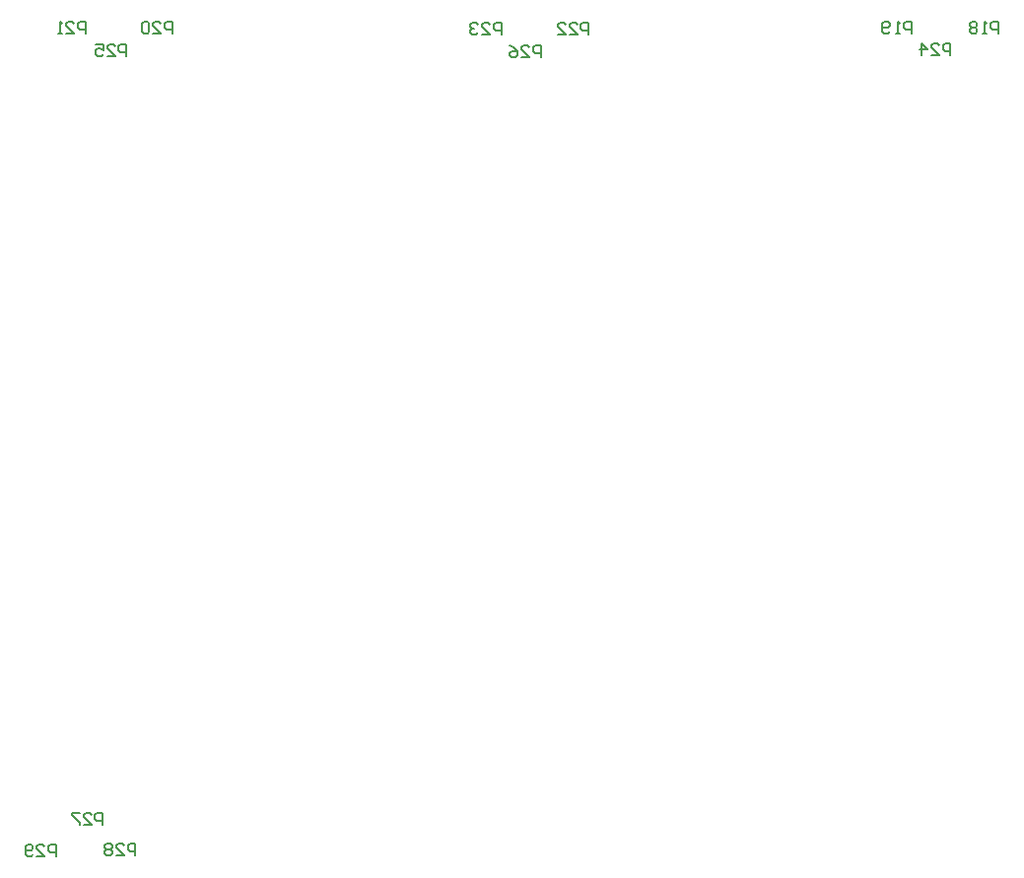
<source format=gbo>
%FSLAX44Y44*%
%MOMM*%
G71*
G01*
G75*
G04 Layer_Color=32896*
%ADD10R,3.2000X2.1000*%
%ADD11R,0.9000X2.1000*%
%ADD12R,0.9000X0.6000*%
%ADD13R,0.8000X0.8000*%
%ADD14R,2.0000X0.4000*%
%ADD15R,0.6000X0.9000*%
%ADD16O,0.6000X2.2000*%
%ADD17R,1.1000X2.3000*%
%ADD18R,0.8000X0.8000*%
%ADD19R,0.6000X1.1500*%
%ADD20R,1.3000X0.9000*%
%ADD21O,2.1000X0.3000*%
%ADD22O,0.3000X2.1000*%
%ADD23R,0.4000X2.1500*%
%ADD24R,0.4000X2.1500*%
%ADD25R,0.3500X1.7000*%
%ADD26O,2.5000X0.7000*%
%ADD27O,0.7000X2.5000*%
%ADD28R,2.1000X0.9000*%
%ADD29R,2.1000X3.2000*%
%ADD30O,2.2000X0.6000*%
%ADD31R,2.0000X0.8500*%
%ADD32R,1.1500X1.3000*%
%ADD33R,1.2000X1.3000*%
%ADD34R,0.6000X1.3000*%
%ADD35C,0.2000*%
%ADD36C,0.5000*%
%ADD37R,1.2000X1.2000*%
%ADD38C,1.2000*%
%ADD39C,3.5000*%
%ADD40C,1.5000*%
%ADD41R,1.5000X1.5000*%
%ADD42R,1.5000X1.5000*%
%ADD43C,1.5240*%
%ADD44C,4.5000*%
%ADD45C,4.7600*%
%ADD46R,1.6900X1.6900*%
%ADD47C,1.6900*%
%ADD48C,0.8000*%
%ADD49C,1.0000*%
%ADD50C,0.2032*%
%ADD51R,1.0000X1.0000*%
%ADD52C,0.2540*%
%ADD53C,0.2500*%
%ADD54C,0.1000*%
%ADD55C,0.6000*%
%ADD56C,0.1500*%
%ADD57R,3.4000X2.3000*%
%ADD58R,1.1000X2.3000*%
%ADD59R,1.1000X0.8000*%
%ADD60R,2.2000X0.6000*%
%ADD61R,0.8000X1.1000*%
%ADD62O,0.8000X2.4000*%
%ADD63R,1.3000X2.5000*%
%ADD64R,1.0000X1.0000*%
%ADD65R,0.8000X1.3500*%
%ADD66R,1.5000X1.1000*%
%ADD67O,2.3000X0.5000*%
%ADD68O,0.5000X2.3000*%
%ADD69R,0.6000X2.3500*%
%ADD70R,0.6000X2.3500*%
%ADD71R,0.5500X1.9000*%
%ADD72O,2.7000X0.9000*%
%ADD73O,0.9000X2.7000*%
%ADD74R,2.3000X1.1000*%
%ADD75R,2.3000X3.4000*%
%ADD76O,2.4000X0.8000*%
%ADD77R,2.2000X1.0500*%
%ADD78R,1.3500X1.5000*%
%ADD79R,1.4000X1.5000*%
%ADD80R,0.8000X1.5000*%
%ADD81R,1.4000X1.4000*%
%ADD82C,1.4000*%
%ADD83C,3.7000*%
%ADD84C,1.7000*%
%ADD85R,1.7000X1.7000*%
%ADD86R,1.7000X1.7000*%
%ADD87C,1.7240*%
%ADD88C,4.7000*%
%ADD89C,4.9600*%
%ADD90R,1.8900X1.8900*%
%ADD91C,1.8900*%
%ADD92R,1.9000X1.2000*%
%ADD93R,1.2000X1.2000*%
D56*
X-413000Y-347000D02*
Y-337003D01*
X-417998D01*
X-419664Y-338669D01*
Y-342002D01*
X-417998Y-343668D01*
X-413000D01*
X-429661Y-347000D02*
X-422997D01*
X-429661Y-340336D01*
Y-338669D01*
X-427995Y-337003D01*
X-424663D01*
X-422997Y-338669D01*
X-432994Y-345334D02*
X-434660Y-347000D01*
X-437992D01*
X-439658Y-345334D01*
Y-338669D01*
X-437992Y-337003D01*
X-434660D01*
X-432994Y-338669D01*
Y-340336D01*
X-434660Y-342002D01*
X-439658D01*
X-388033Y359682D02*
Y369679D01*
X-393031D01*
X-394697Y368013D01*
Y364680D01*
X-393031Y363014D01*
X-388033D01*
X-404694Y359682D02*
X-398029D01*
X-404694Y366347D01*
Y368013D01*
X-403028Y369679D01*
X-399696D01*
X-398029Y368013D01*
X-408026Y359682D02*
X-411358D01*
X-409692D01*
Y369679D01*
X-408026Y368013D01*
X-30532Y358932D02*
Y368929D01*
X-35531D01*
X-37197Y367263D01*
Y363931D01*
X-35531Y362264D01*
X-30532D01*
X-47193Y358932D02*
X-40529D01*
X-47193Y365597D01*
Y367263D01*
X-45527Y368929D01*
X-42195D01*
X-40529Y367263D01*
X-50526D02*
X-52192Y368929D01*
X-55524D01*
X-57190Y367263D01*
Y365597D01*
X-55524Y363931D01*
X-53858D01*
X-55524D01*
X-57190Y362264D01*
Y360598D01*
X-55524Y358932D01*
X-52192D01*
X-50526Y360598D01*
X321508Y360182D02*
Y370179D01*
X316510D01*
X314844Y368513D01*
Y365180D01*
X316510Y363514D01*
X321508D01*
X311511Y360182D02*
X308179D01*
X309845D01*
Y370179D01*
X311511Y368513D01*
X303181Y361848D02*
X301515Y360182D01*
X298182D01*
X296516Y361848D01*
Y368513D01*
X298182Y370179D01*
X301515D01*
X303181Y368513D01*
Y366847D01*
X301515Y365180D01*
X296516D01*
X-373000Y-320000D02*
Y-310003D01*
X-377998D01*
X-379664Y-311669D01*
Y-315002D01*
X-377998Y-316668D01*
X-373000D01*
X-389661Y-320000D02*
X-382997D01*
X-389661Y-313335D01*
Y-311669D01*
X-387995Y-310003D01*
X-384663D01*
X-382997Y-311669D01*
X-392994Y-310003D02*
X-399658D01*
Y-311669D01*
X-392994Y-318334D01*
Y-320000D01*
X-352696Y340632D02*
Y350629D01*
X-357695D01*
X-359361Y348963D01*
Y345630D01*
X-357695Y343964D01*
X-352696D01*
X-369358Y340632D02*
X-362693D01*
X-369358Y347297D01*
Y348963D01*
X-367692Y350629D01*
X-364359D01*
X-362693Y348963D01*
X-379355Y350629D02*
X-372690D01*
Y345630D01*
X-376022Y347297D01*
X-377688D01*
X-379355Y345630D01*
Y342298D01*
X-377688Y340632D01*
X-374356D01*
X-372690Y342298D01*
X3138Y339882D02*
Y349879D01*
X-1860D01*
X-3526Y348213D01*
Y344880D01*
X-1860Y343214D01*
X3138D01*
X-13523Y339882D02*
X-6859D01*
X-13523Y346547D01*
Y348213D01*
X-11857Y349879D01*
X-8525D01*
X-6859Y348213D01*
X-23520Y349879D02*
X-20188Y348213D01*
X-16856Y344880D01*
Y341548D01*
X-18522Y339882D01*
X-21854D01*
X-23520Y341548D01*
Y343214D01*
X-21854Y344880D01*
X-16856D01*
X355178Y341132D02*
Y351129D01*
X350180D01*
X348514Y349463D01*
Y346130D01*
X350180Y344464D01*
X355178D01*
X338517Y341132D02*
X345182D01*
X338517Y347797D01*
Y349463D01*
X340183Y351129D01*
X343515D01*
X345182Y349463D01*
X330186Y341132D02*
Y351129D01*
X335185Y346130D01*
X328520D01*
X-345000Y-346000D02*
Y-336003D01*
X-349998D01*
X-351665Y-337669D01*
Y-341002D01*
X-349998Y-342668D01*
X-345000D01*
X-361661Y-346000D02*
X-354997D01*
X-361661Y-339336D01*
Y-337669D01*
X-359995Y-336003D01*
X-356663D01*
X-354997Y-337669D01*
X-364994D02*
X-366660Y-336003D01*
X-369992D01*
X-371658Y-337669D01*
Y-339336D01*
X-369992Y-341002D01*
X-371658Y-342668D01*
Y-344334D01*
X-369992Y-346000D01*
X-366660D01*
X-364994Y-344334D01*
Y-342668D01*
X-366660Y-341002D01*
X-364994Y-339336D01*
Y-337669D01*
X-366660Y-341002D02*
X-369992D01*
X-313103Y359682D02*
Y369679D01*
X-318101D01*
X-319767Y368013D01*
Y364680D01*
X-318101Y363014D01*
X-313103D01*
X-329764Y359682D02*
X-323099D01*
X-329764Y366347D01*
Y368013D01*
X-328098Y369679D01*
X-324766D01*
X-323099Y368013D01*
X-333096D02*
X-334762Y369679D01*
X-338095D01*
X-339761Y368013D01*
Y361348D01*
X-338095Y359682D01*
X-334762D01*
X-333096Y361348D01*
Y368013D01*
X44398Y358932D02*
Y368929D01*
X39399D01*
X37733Y367263D01*
Y363931D01*
X39399Y362264D01*
X44398D01*
X27737Y358932D02*
X34401D01*
X27737Y365597D01*
Y367263D01*
X29403Y368929D01*
X32735D01*
X34401Y367263D01*
X17740Y358932D02*
X24404D01*
X17740Y365597D01*
Y367263D01*
X19406Y368929D01*
X22738D01*
X24404Y367263D01*
X396438Y360182D02*
Y370179D01*
X391440D01*
X389774Y368513D01*
Y365180D01*
X391440Y363514D01*
X396438D01*
X386441Y360182D02*
X383109D01*
X384775D01*
Y370179D01*
X386441Y368513D01*
X378111D02*
X376445Y370179D01*
X373112D01*
X371446Y368513D01*
Y366847D01*
X373112Y365180D01*
X371446Y363514D01*
Y361848D01*
X373112Y360182D01*
X376445D01*
X378111Y361848D01*
Y363514D01*
X376445Y365180D01*
X378111Y366847D01*
Y368513D01*
X376445Y365180D02*
X373112D01*
M02*

</source>
